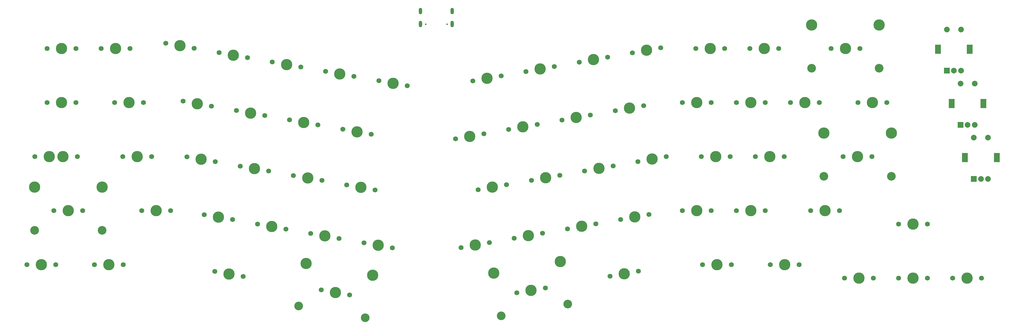
<source format=gts>
G04 #@! TF.GenerationSoftware,KiCad,Pcbnew,(5.99.0-1131-g93b7eacfb)*
G04 #@! TF.CreationDate,2020-05-05T10:31:04+09:00*
G04 #@! TF.ProjectId,unnamed,756e6e61-6d65-4642-9e6b-696361645f70,rev?*
G04 #@! TF.SameCoordinates,Original*
G04 #@! TF.FileFunction,Soldermask,Top*
G04 #@! TF.FilePolarity,Negative*
%FSLAX46Y46*%
G04 Gerber Fmt 4.6, Leading zero omitted, Abs format (unit mm)*
G04 Created by KiCad (PCBNEW (5.99.0-1131-g93b7eacfb)) date 2020-05-05 10:31:04*
%MOMM*%
%LPD*%
G01*
G04 APERTURE LIST*
%ADD10C,3.987800*%
%ADD11C,1.750000*%
%ADD12C,3.048000*%
%ADD13R,2.000000X2.000000*%
%ADD14C,2.000000*%
%ADD15R,2.000000X3.200000*%
%ADD16O,1.200000X2.300000*%
%ADD17C,0.600000*%
G04 APERTURE END LIST*
D10*
X420456250Y-158309746D03*
D11*
X415376250Y-158309746D03*
X425536250Y-158309746D03*
D12*
X408550000Y-165294746D03*
X432362500Y-165294746D03*
D10*
X408550000Y-150054746D03*
X432362500Y-150054746D03*
X424742500Y-196409746D03*
D11*
X419662500Y-196409746D03*
X429822500Y-196409746D03*
D12*
X412836250Y-203394746D03*
X436648750Y-203394746D03*
D10*
X412836250Y-188154746D03*
X436648750Y-188154746D03*
D13*
X465695750Y-204259750D03*
D14*
X468195750Y-204259750D03*
X470695750Y-204259750D03*
D15*
X462595750Y-196759750D03*
X473795750Y-196759750D03*
D14*
X465695750Y-189759750D03*
X470695750Y-189759750D03*
D13*
X460996750Y-185209750D03*
D14*
X463496750Y-185209750D03*
X465996750Y-185209750D03*
D15*
X457896750Y-177709750D03*
X469096750Y-177709750D03*
D14*
X460996750Y-170709750D03*
X465996750Y-170709750D03*
D13*
X456170750Y-166096250D03*
D14*
X458670750Y-166096250D03*
X461170750Y-166096250D03*
D15*
X453070750Y-158596250D03*
X464270750Y-158596250D03*
D14*
X456170750Y-151596250D03*
X461170750Y-151596250D03*
D16*
X270749000Y-149691800D03*
X281899000Y-149691800D03*
X270749000Y-145091800D03*
X281899000Y-145091800D03*
D17*
X272574000Y-149771800D03*
X280074000Y-149771800D03*
D10*
X139931250Y-196406250D03*
D11*
X134851250Y-196406250D03*
X145011250Y-196406250D03*
D10*
X342538325Y-237721345D03*
D11*
X337535502Y-238603478D03*
X347541148Y-236839212D03*
D10*
X309693253Y-243576840D03*
D11*
X304690430Y-244458973D03*
X314696076Y-242694707D03*
D12*
X299180818Y-252523221D03*
X322631553Y-248388224D03*
D10*
X296534420Y-237514751D03*
X319985155Y-233379753D03*
X346261121Y-217687758D03*
D11*
X341258298Y-218569891D03*
X351263944Y-216805625D03*
D10*
X327500534Y-220995756D03*
D11*
X322497711Y-221877889D03*
X332503357Y-220113623D03*
D10*
X308739946Y-224303754D03*
D11*
X303737123Y-225185887D03*
X313742769Y-223421621D03*
D10*
X289979358Y-227611751D03*
D11*
X284976535Y-228493884D03*
X294982181Y-226729618D03*
D10*
X352333417Y-197273172D03*
D11*
X347330594Y-198155305D03*
X357336240Y-196391039D03*
D10*
X333572830Y-200581169D03*
D11*
X328570007Y-201463302D03*
X338575653Y-199699036D03*
D10*
X314800000Y-203900000D03*
D11*
X309797177Y-204782133D03*
X319802823Y-203017867D03*
D10*
X296051654Y-207197165D03*
D11*
X291048831Y-208079298D03*
X301054477Y-206315032D03*
D10*
X344335273Y-179339583D03*
D11*
X339332450Y-180221716D03*
X349338096Y-178457450D03*
D10*
X325574685Y-182647581D03*
D11*
X320571862Y-183529714D03*
X330577508Y-181765448D03*
D10*
X306814097Y-185955579D03*
D11*
X301811274Y-186837712D03*
X311816920Y-185073446D03*
D10*
X288053509Y-189263577D03*
D11*
X283050686Y-190145710D03*
X293056332Y-188381444D03*
D10*
X350407569Y-158924997D03*
D11*
X345404746Y-159807130D03*
X355410392Y-158042864D03*
D10*
X331646981Y-162232994D03*
D11*
X326644158Y-163115127D03*
X336649804Y-161350861D03*
D10*
X312886393Y-165540992D03*
D11*
X307883570Y-166423125D03*
X317889216Y-164658859D03*
D10*
X294125806Y-168848990D03*
D11*
X289122983Y-169731123D03*
X299128629Y-167966857D03*
D10*
X240727675Y-244305345D03*
D11*
X235724852Y-243423212D03*
X245730498Y-245187478D03*
D12*
X227789375Y-249116729D03*
X251240110Y-253251726D03*
D10*
X230435773Y-234108258D03*
X253886508Y-238243256D03*
X203243440Y-237789097D03*
D11*
X198240617Y-236906964D03*
X208246263Y-238671230D03*
D10*
X255793554Y-227681004D03*
D11*
X250790731Y-226798871D03*
X260796377Y-228563137D03*
D10*
X237032966Y-224373006D03*
D11*
X232030143Y-223490873D03*
X242035789Y-225255139D03*
D10*
X218272379Y-221065008D03*
D11*
X213269556Y-220182875D03*
X223275202Y-221947141D03*
D10*
X199511791Y-217757010D03*
D11*
X194508968Y-216874877D03*
X204514614Y-218639143D03*
D10*
X249721258Y-207266417D03*
D11*
X244718435Y-206384284D03*
X254724081Y-208148550D03*
D10*
X230960670Y-203958419D03*
D11*
X225957847Y-203076286D03*
X235963493Y-204840552D03*
D10*
X212200083Y-200650422D03*
D11*
X207197260Y-199768289D03*
X217202906Y-201532555D03*
D10*
X193439495Y-197342424D03*
D11*
X188436672Y-196460291D03*
X198442318Y-198224557D03*
D10*
X248339109Y-187678830D03*
D11*
X243336286Y-186796697D03*
X253341932Y-188560963D03*
D10*
X229578521Y-184370832D03*
D11*
X224575698Y-183488699D03*
X234581344Y-185252965D03*
D10*
X210817934Y-181062834D03*
D11*
X205815111Y-180180701D03*
X215820757Y-181944967D03*
D10*
X192057346Y-177754837D03*
D11*
X187054523Y-176872704D03*
X197060169Y-178636970D03*
D10*
X261027401Y-170572241D03*
D11*
X256024578Y-169690108D03*
X266030224Y-171454374D03*
D10*
X242266813Y-167264243D03*
D11*
X237263990Y-166382110D03*
X247269636Y-168146376D03*
D10*
X223506225Y-163956246D03*
D11*
X218503402Y-163074113D03*
X228509048Y-164838379D03*
D10*
X204745638Y-160648248D03*
D11*
X199742815Y-159766115D03*
X209748461Y-161530381D03*
D10*
X185985050Y-157340250D03*
D11*
X180982227Y-156458117D03*
X190987873Y-158222383D03*
D10*
X463318750Y-239272246D03*
D11*
X458238750Y-239272246D03*
X468398750Y-239272246D03*
D10*
X444268750Y-239272246D03*
D11*
X439188750Y-239272246D03*
X449348750Y-239272246D03*
D10*
X425218750Y-239272246D03*
D11*
X420138750Y-239272246D03*
X430298750Y-239272246D03*
D10*
X399025000Y-234509746D03*
D11*
X393945000Y-234509746D03*
X404105000Y-234509746D03*
D10*
X375212500Y-234509746D03*
D11*
X370132500Y-234509746D03*
X380292500Y-234509746D03*
D10*
X160900000Y-234509746D03*
D11*
X155820000Y-234509746D03*
X165980000Y-234509746D03*
D10*
X137087500Y-234509746D03*
D11*
X132007500Y-234509746D03*
X142167500Y-234509746D03*
D10*
X444268750Y-220222246D03*
D11*
X439188750Y-220222246D03*
X449348750Y-220222246D03*
D10*
X413312500Y-215459746D03*
D11*
X408232500Y-215459746D03*
X418392500Y-215459746D03*
D10*
X387118750Y-215459746D03*
D11*
X382038750Y-215459746D03*
X392198750Y-215459746D03*
D10*
X368068750Y-215459746D03*
D11*
X362988750Y-215459746D03*
X373148750Y-215459746D03*
D10*
X177568750Y-215459746D03*
D11*
X172488750Y-215459746D03*
X182648750Y-215459746D03*
D10*
X146612500Y-215459746D03*
D11*
X141532500Y-215459746D03*
X151692500Y-215459746D03*
D12*
X134706250Y-222444746D03*
X158518750Y-222444746D03*
D10*
X134706250Y-207204746D03*
X158518750Y-207204746D03*
X393786250Y-196409746D03*
D11*
X388706250Y-196409746D03*
X398866250Y-196409746D03*
D10*
X374736250Y-196409746D03*
D11*
X369656250Y-196409746D03*
X379816250Y-196409746D03*
D10*
X170901250Y-196409746D03*
D11*
X165821250Y-196409746D03*
X175981250Y-196409746D03*
D10*
X144707500Y-196409746D03*
D11*
X139627500Y-196409746D03*
X149787500Y-196409746D03*
D10*
X429981250Y-177359746D03*
D11*
X424901250Y-177359746D03*
X435061250Y-177359746D03*
D10*
X406168750Y-177359746D03*
D11*
X401088750Y-177359746D03*
X411248750Y-177359746D03*
D10*
X387118750Y-177359746D03*
D11*
X382038750Y-177359746D03*
X392198750Y-177359746D03*
D10*
X368068750Y-177359746D03*
D11*
X362988750Y-177359746D03*
X373148750Y-177359746D03*
D10*
X168043750Y-177359746D03*
D11*
X162963750Y-177359746D03*
X173123750Y-177359746D03*
D10*
X144231250Y-177359746D03*
D11*
X139151250Y-177359746D03*
X149311250Y-177359746D03*
D10*
X391881250Y-158309746D03*
D11*
X386801250Y-158309746D03*
X396961250Y-158309746D03*
D10*
X372831250Y-158309746D03*
D11*
X367751250Y-158309746D03*
X377911250Y-158309746D03*
D10*
X163281250Y-158309746D03*
D11*
X158201250Y-158309746D03*
X168361250Y-158309746D03*
D10*
X144231250Y-158309746D03*
D11*
X139151250Y-158309746D03*
X149311250Y-158309746D03*
M02*

</source>
